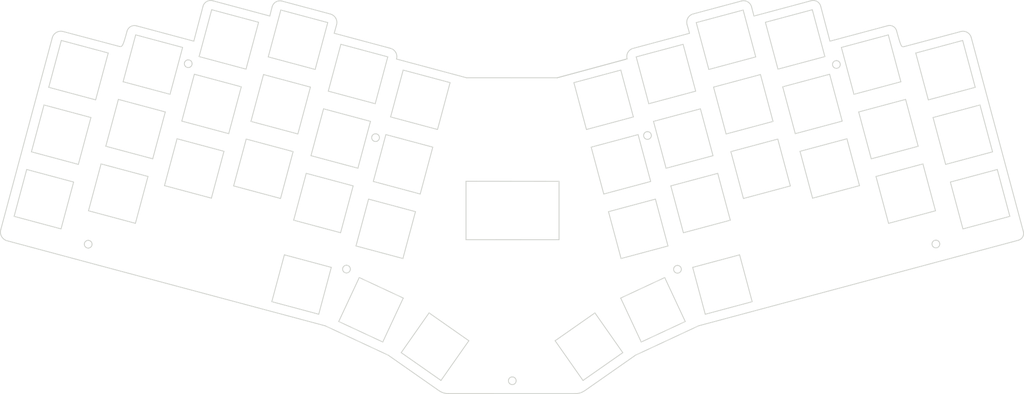
<source format=kicad_pcb>
(kicad_pcb (version 20171130) (host pcbnew "(5.1.10)-1")

  (general
    (thickness 1.6)
    (drawings 288)
    (tracks 0)
    (zones 0)
    (modules 0)
    (nets 1)
  )

  (page A4)
  (layers
    (0 F.Cu signal)
    (31 B.Cu signal)
    (32 B.Adhes user)
    (33 F.Adhes user)
    (34 B.Paste user)
    (35 F.Paste user)
    (36 B.SilkS user)
    (37 F.SilkS user)
    (38 B.Mask user)
    (39 F.Mask user)
    (40 Dwgs.User user)
    (41 Cmts.User user)
    (42 Eco1.User user)
    (43 Eco2.User user)
    (44 Edge.Cuts user)
    (45 Margin user)
    (46 B.CrtYd user)
    (47 F.CrtYd user)
    (48 B.Fab user)
    (49 F.Fab user)
  )

  (setup
    (last_trace_width 0.254)
    (trace_clearance 0.2)
    (zone_clearance 0.508)
    (zone_45_only no)
    (trace_min 0.2)
    (via_size 0.8)
    (via_drill 0.4)
    (via_min_size 0.4)
    (via_min_drill 0.3)
    (uvia_size 0.3)
    (uvia_drill 0.1)
    (uvias_allowed no)
    (uvia_min_size 0.2)
    (uvia_min_drill 0.1)
    (edge_width 0.05)
    (segment_width 0.2)
    (pcb_text_width 0.3)
    (pcb_text_size 1.5 1.5)
    (mod_edge_width 0.12)
    (mod_text_size 1 1)
    (mod_text_width 0.15)
    (pad_size 1.524 1.524)
    (pad_drill 0.762)
    (pad_to_mask_clearance 0)
    (aux_axis_origin 0 0)
    (visible_elements 7FFFFFFF)
    (pcbplotparams
      (layerselection 0x010fc_ffffffff)
      (usegerberextensions false)
      (usegerberattributes true)
      (usegerberadvancedattributes true)
      (creategerberjobfile true)
      (excludeedgelayer true)
      (linewidth 0.100000)
      (plotframeref false)
      (viasonmask false)
      (mode 1)
      (useauxorigin false)
      (hpglpennumber 1)
      (hpglpenspeed 20)
      (hpglpendiameter 15.000000)
      (psnegative false)
      (psa4output false)
      (plotreference true)
      (plotvalue true)
      (plotinvisibletext false)
      (padsonsilk false)
      (subtractmaskfromsilk false)
      (outputformat 1)
      (mirror false)
      (drillshape 0)
      (scaleselection 1)
      (outputdirectory "gerbers/"))
  )

  (net 0 "")

  (net_class Default "This is the default net class."
    (clearance 0.2)
    (trace_width 0.254)
    (via_dia 0.8)
    (via_drill 0.4)
    (uvia_dia 0.3)
    (uvia_drill 0.1)
  )

  (net_class Power ""
    (clearance 0.2)
    (trace_width 0.381)
    (via_dia 0.8)
    (via_drill 0.4)
    (uvia_dia 0.3)
    (uvia_drill 0.1)
  )

  (gr_line (start 2.514155 108.768191) (end 17.151618 54.155696) (layer Edge.Cuts) (width 0.25))
  (gr_line (start 82.419952 43.720967) (end 96.174281 47.405874) (layer Edge.Cuts) (width 0.25))
  (gr_curve (pts (xy 113.237554 57.155636) (xy 113.873902 57.326119) (xy 114.414863 57.74553) (xy 114.738511 58.319339)) (layer Edge.Cuts) (width 0.25))
  (gr_curve (pts (xy 168.477415 154.522286) (xy 167.682809 155.078666) (xy 166.736251 155.377075) (xy 165.766222 155.377009)) (layer Edge.Cuts) (width 0.25))
  (gr_line (start 62.729301 43.622286) (end 78.948397 47.968126) (layer Edge.Cuts) (width 0.25))
  (gr_curve (pts (xy 59.972855 45.220914) (xy 60.125355 44.64275) (xy 60.501833 44.149125) (xy 61.019077 43.849145)) (layer Edge.Cuts) (width 0.25))
  (gr_curve (pts (xy 4.32276 111.903228) (xy 2.958072 111.536683) (xy 2.148333 110.133076) (xy 2.514155 108.768191)) (layer Edge.Cuts) (width 0.25))
  (gr_line (start 200.779502 136.093431) (end 182.86234 144.450031) (layer Edge.Cuts) (width 0.25))
  (gr_line (start 78.948397 47.968126) (end 79.619244 45.357302) (layer Edge.Cuts) (width 0.25))
  (gr_line (start 20.222654 52.378264) (end 36.210354 56.624447) (layer Edge.Cuts) (width 0.25))
  (gr_line (start 41.041785 50.751261) (end 57.360937 55.123307) (layer Edge.Cuts) (width 0.25))
  (gr_curve (pts (xy 79.619244 45.357302) (xy 79.77087 44.7672) (xy 80.152178 44.262236) (xy 80.678242 43.954879)) (layer Edge.Cuts) (width 0.25))
  (gr_curve (pts (xy 94.676077 136.090787) (xy 28.215771 118.317378) (xy 25.845032 117.68395) (xy 4.32276 111.903228)) (layer Edge.Cuts) (width 0.25))
  (gr_line (start 165.766222 155.377009) (end 129.689357 155.374568) (layer Edge.Cuts) (width 0.25))
  (gr_line (start 114.957977 60.205846) (end 134.82586 65.527147) (layer Edge.Cuts) (width 0.25))
  (gr_line (start 57.360937 55.123307) (end 59.972855 45.220914) (layer Edge.Cuts) (width 0.25))
  (gr_curve (pts (xy 96.174281 47.405874) (xy 96.814096 47.577287) (xy 97.358802 47.997431) (xy 97.687086 48.572736)) (layer Edge.Cuts) (width 0.25))
  (gr_line (start 97.922047 50.468768) (end 97.251637 52.872866) (layer Edge.Cuts) (width 0.25))
  (gr_line (start 112.595777 144.447387) (end 94.676077 136.090787) (layer Edge.Cuts) (width 0.25))
  (gr_curve (pts (xy 36.210354 56.624447) (xy 37.049172 56.849207) (xy 37.275608 56.415025) (xy 38.398542 52.275779)) (layer Edge.Cuts) (width 0.25))
  (gr_curve (pts (xy 97.687086 48.572736) (xy 98.01537 49.148041) (xy 98.099971 49.830732) (xy 97.922047 50.468768)) (layer Edge.Cuts) (width 0.25))
  (gr_line (start 126.97823 154.519551) (end 112.595777 144.447387) (layer Edge.Cuts) (width 0.25))
  (gr_line (start 182.86234 144.450031) (end 168.477415 154.522286) (layer Edge.Cuts) (width 0.25))
  (gr_curve (pts (xy 114.738511 58.319339) (xy 115.062158 58.893147) (xy 115.141256 59.573065) (xy 114.957977 60.205846)) (layer Edge.Cuts) (width 0.25))
  (gr_curve (pts (xy 129.689357 155.374568) (xy 128.719324 155.374503) (xy 127.772797 155.075993) (xy 126.97823 154.519551)) (layer Edge.Cuts) (width 0.25))
  (gr_curve (pts (xy 61.019077 43.849145) (xy 61.53632 43.549164) (xy 62.151737 43.46753) (xy 62.729301 43.622286)) (layer Edge.Cuts) (width 0.25))
  (gr_line (start 97.251637 52.872866) (end 113.237554 57.155636) (layer Edge.Cuts) (width 0.25))
  (gr_curve (pts (xy 80.678242 43.954879) (xy 81.204306 43.647522) (xy 81.831435 43.563299) (xy 82.419952 43.720967)) (layer Edge.Cuts) (width 0.25))
  (gr_curve (pts (xy 17.151618 54.155696) (xy 17.510189 52.817864) (xy 18.884012 52.022733) (xy 20.222654 52.378264)) (layer Edge.Cuts) (width 0.25))
  (gr_curve (pts (xy 38.398542 52.275779) (xy 38.710393 51.126265) (xy 39.891292 50.443034) (xy 41.041785 50.751261)) (layer Edge.Cuts) (width 0.25))
  (gr_line (start 278.246805 54.096776) (end 293.052033 109.306949) (layer Edge.Cuts) (width 0.25))
  (gr_curve (pts (xy 214.74022 43.933603) (xy 215.280643 44.24799) (xy 215.673312 44.764986) (xy 215.831156 45.36995)) (layer Edge.Cuts) (width 0.25))
  (gr_curve (pts (xy 268.977162 112.045088) (xy 268.771009 111.838935) (xy 268.491404 111.723119) (xy 268.19986 111.723119)) (layer Edge.Cuts) (width 0.25))
  (gr_line (start 180.46966 60.162667) (end 180.46966 60.162665) (layer Edge.Cuts) (width 0.25))
  (gr_curve (pts (xy 197.738338 48.527838) (xy 198.063063 47.957059) (xy 198.602873 47.540119) (xy 199.237184 47.370158)) (layer Edge.Cuts) (width 0.25))
  (gr_line (start 239.929919 60.653143) (end 239.929919 60.653143) (layer Edge.Cuts) (width 0.25))
  (gr_curve (pts (xy 195.200822 121.027959) (xy 195.611591 120.857813) (xy 195.87942 120.456979) (xy 195.87942 120.012366)) (layer Edge.Cuts) (width 0.25))
  (gr_curve (pts (xy 194.780149 118.913095) (xy 194.335536 118.913095) (xy 193.934701 119.180923) (xy 193.764555 119.591693)) (layer Edge.Cuts) (width 0.25))
  (gr_curve (pts (xy 147.850085 150.623219) (xy 147.405472 150.623219) (xy 147.004638 150.891048) (xy 146.834492 151.301817)) (layer Edge.Cuts) (width 0.25))
  (gr_line (start 259.204577 56.662547) (end 275.279551 52.38106) (layer Edge.Cuts) (width 0.25))
  (gr_curve (pts (xy 241.02919 61.752414) (xy 241.02919 61.460869) (xy 240.913374 61.181265) (xy 240.707221 60.975112)) (layer Edge.Cuts) (width 0.25))
  (gr_curve (pts (xy 232.787271 43.609164) (xy 233.349354 43.458556) (xy 233.948274 43.538002) (xy 234.451653 43.829941)) (layer Edge.Cuts) (width 0.25))
  (gr_curve (pts (xy 186.680648 82.968094) (xy 187.091418 82.797948) (xy 187.359246 82.397114) (xy 187.359246 81.9525)) (layer Edge.Cuts) (width 0.25))
  (gr_curve (pts (xy 186.259976 80.853229) (xy 185.815362 80.853229) (xy 185.414528 81.121058) (xy 185.244382 81.531827)) (layer Edge.Cuts) (width 0.25))
  (gr_curve (pts (xy 238.914325 61.331741) (xy 238.744179 61.74251) (xy 238.838228 62.215326) (xy 239.152617 62.529715)) (layer Edge.Cuts) (width 0.25))
  (gr_curve (pts (xy 148.627387 150.945188) (xy 148.421234 150.739035) (xy 148.14163 150.623219) (xy 147.850085 150.623219)) (layer Edge.Cuts) (width 0.25))
  (gr_curve (pts (xy 291.643196 111.747805) (xy 251.677361 122.458264) (xy 250.898005 122.666414) (xy 200.779502 136.093431)) (layer Edge.Cuts) (width 0.25))
  (gr_curve (pts (xy 293.052033 109.306949) (xy 293.337122 110.370075) (xy 292.706364 111.462886) (xy 291.643196 111.747805)) (layer Edge.Cuts) (width 0.25))
  (gr_curve (pts (xy 254.541376 50.719691) (xy 255.621404 50.430302) (xy 256.732293 51.071036) (xy 257.026171 52.149849)) (layer Edge.Cuts) (width 0.25))
  (gr_line (start 147.850085 150.623219) (end 147.850085 150.623219) (layer Edge.Cuts) (width 0.25))
  (gr_curve (pts (xy 195.87942 120.012366) (xy 195.87942 119.405255) (xy 195.38726 118.913095) (xy 194.780149 118.913095)) (layer Edge.Cuts) (width 0.25))
  (gr_curve (pts (xy 240.350592 62.768007) (xy 240.761361 62.597861) (xy 241.02919 62.197027) (xy 241.02919 61.752414)) (layer Edge.Cuts) (width 0.25))
  (gr_line (start 268.19986 111.723119) (end 268.19986 111.723119) (layer Edge.Cuts) (width 0.25))
  (gr_curve (pts (xy 148.270758 152.738084) (xy 148.681528 152.567938) (xy 148.949356 152.167104) (xy 148.949356 151.72249)) (layer Edge.Cuts) (width 0.25))
  (gr_curve (pts (xy 193.764555 119.591693) (xy 193.594409 120.002462) (xy 193.688458 120.475278) (xy 194.002847 120.789667)) (layer Edge.Cuts) (width 0.25))
  (gr_curve (pts (xy 101.517243 119.185028) (xy 101.31109 118.978875) (xy 101.031486 118.863059) (xy 100.739941 118.863059)) (layer Edge.Cuts) (width 0.25))
  (gr_curve (pts (xy 185.244382 81.531827) (xy 185.074236 81.942597) (xy 185.168284 82.415413) (xy 185.482674 82.729802)) (layer Edge.Cuts) (width 0.25))
  (gr_curve (pts (xy 147.072784 152.499792) (xy 147.387173 152.814181) (xy 147.859989 152.90823) (xy 148.270758 152.738084)) (layer Edge.Cuts) (width 0.25))
  (gr_curve (pts (xy 275.279551 52.38106) (xy 276.572556 52.036674) (xy 277.900228 52.804357) (xy 278.246805 54.096776)) (layer Edge.Cuts) (width 0.25))
  (gr_line (start 238.097182 55.125847) (end 254.541376 50.719691) (layer Edge.Cuts) (width 0.25))
  (gr_line (start 235.469831 45.16494) (end 238.097182 55.125847) (layer Edge.Cuts) (width 0.25))
  (gr_line (start 182.169984 57.171639) (end 198.20394 52.875406) (layer Edge.Cuts) (width 0.25))
  (gr_curve (pts (xy 268.19986 111.723119) (xy 267.755246 111.723119) (xy 267.354412 111.990948) (xy 267.184265 112.401717)) (layer Edge.Cuts) (width 0.25))
  (gr_curve (pts (xy 257.026171 52.149849) (xy 258.304806 56.843651) (xy 258.393098 56.818379) (xy 259.204577 56.662547)) (layer Edge.Cuts) (width 0.25))
  (gr_line (start 216.509722 47.970666) (end 232.787271 43.609164) (layer Edge.Cuts) (width 0.25))
  (gr_curve (pts (xy 268.620533 113.837984) (xy 269.031301 113.667838) (xy 269.29913 113.267004) (xy 269.29913 112.82239)) (layer Edge.Cuts) (width 0.25))
  (gr_line (start 215.831156 45.36995) (end 216.509722 47.970666) (layer Edge.Cuts) (width 0.25))
  (gr_line (start 199.237184 47.370158) (end 212.952368 43.695232) (layer Edge.Cuts) (width 0.25))
  (gr_curve (pts (xy 212.952368 43.695232) (xy 213.556282 43.533416) (xy 214.199798 43.619215) (xy 214.74022 43.933603)) (layer Edge.Cuts) (width 0.25))
  (gr_curve (pts (xy 101.160614 120.977924) (xy 101.571383 120.807778) (xy 101.839212 120.406944) (xy 101.839212 119.96233)) (layer Edge.Cuts) (width 0.25))
  (gr_curve (pts (xy 180.694496 58.31167) (xy 181.014026 57.749588) (xy 181.545457 57.338979) (xy 182.169984 57.171639)) (layer Edge.Cuts) (width 0.25))
  (gr_line (start 198.20394 52.875406) (end 197.509034 50.40778) (layer Edge.Cuts) (width 0.25))
  (gr_curve (pts (xy 267.422557 113.599692) (xy 267.736946 113.914081) (xy 268.209763 114.00813) (xy 268.620533 113.837984)) (layer Edge.Cuts) (width 0.25))
  (gr_curve (pts (xy 197.509034 50.40778) (xy 197.331028 49.77568) (xy 197.413612 49.098618) (xy 197.738338 48.527838)) (layer Edge.Cuts) (width 0.25))
  (gr_curve (pts (xy 239.929919 60.653143) (xy 239.485306 60.653143) (xy 239.084471 60.920971) (xy 238.914325 61.331741)) (layer Edge.Cuts) (width 0.25))
  (gr_curve (pts (xy 180.46966 60.162665) (xy 180.293986 59.540431) (xy 180.374966 58.873752) (xy 180.694496 58.31167)) (layer Edge.Cuts) (width 0.25))
  (gr_curve (pts (xy 267.184265 112.401717) (xy 267.01412 112.812487) (xy 267.108169 113.285303) (xy 267.422557 113.599692)) (layer Edge.Cuts) (width 0.25))
  (gr_line (start 160.62464 65.532227) (end 180.46966 60.162667) (layer Edge.Cuts) (width 0.25))
  (gr_curve (pts (xy 240.707221 60.975112) (xy 240.501068 60.768958) (xy 240.221464 60.653143) (xy 239.929919 60.653143)) (layer Edge.Cuts) (width 0.25))
  (gr_curve (pts (xy 99.724347 119.541657) (xy 99.554201 119.952427) (xy 99.64825 120.425243) (xy 99.962639 120.739632)) (layer Edge.Cuts) (width 0.25))
  (gr_curve (pts (xy 187.359246 81.9525) (xy 187.359246 81.34539) (xy 186.867086 80.853229) (xy 186.259976 80.853229)) (layer Edge.Cuts) (width 0.25))
  (gr_line (start 27.360108 111.783063) (end 27.360108 111.783063) (layer Edge.Cuts) (width 0.25))
  (gr_curve (pts (xy 99.962639 120.739632) (xy 100.277028 121.054021) (xy 100.749844 121.14807) (xy 101.160614 120.977924)) (layer Edge.Cuts) (width 0.25))
  (gr_curve (pts (xy 194.002847 120.789667) (xy 194.317236 121.104057) (xy 194.790052 121.198106) (xy 195.200822 121.027959)) (layer Edge.Cuts) (width 0.25))
  (gr_curve (pts (xy 101.839212 119.96233) (xy 101.839212 119.670785) (xy 101.723396 119.391182) (xy 101.517243 119.185028)) (layer Edge.Cuts) (width 0.25))
  (gr_curve (pts (xy 146.834492 151.301817) (xy 146.664345 151.712587) (xy 146.758394 152.185403) (xy 147.072784 152.499792)) (layer Edge.Cuts) (width 0.25))
  (gr_curve (pts (xy 269.29913 112.82239) (xy 269.29913 112.530845) (xy 269.183315 112.251242) (xy 268.977162 112.045088)) (layer Edge.Cuts) (width 0.25))
  (gr_line (start 194.780149 118.913095) (end 194.780149 118.913095) (layer Edge.Cuts) (width 0.25))
  (gr_line (start 134.82586 65.527147) (end 160.62464 65.532227) (layer Edge.Cuts) (width 0.25))
  (gr_line (start 186.259976 80.853229) (end 186.259976 80.853229) (layer Edge.Cuts) (width 0.25))
  (gr_line (start 100.739941 118.863059) (end 100.739941 118.863059) (layer Edge.Cuts) (width 0.25))
  (gr_curve (pts (xy 148.949356 151.72249) (xy 148.949356 151.430945) (xy 148.833541 151.151342) (xy 148.627387 150.945188)) (layer Edge.Cuts) (width 0.25))
  (gr_curve (pts (xy 234.451653 43.829941) (xy 234.955032 44.121881) (xy 235.321419 44.602274) (xy 235.469831 45.16494)) (layer Edge.Cuts) (width 0.25))
  (gr_curve (pts (xy 185.482674 82.729802) (xy 185.797063 83.044191) (xy 186.269879 83.13824) (xy 186.680648 82.968094)) (layer Edge.Cuts) (width 0.25))
  (gr_curve (pts (xy 239.152617 62.529715) (xy 239.467006 62.844105) (xy 239.939822 62.938154) (xy 240.350592 62.768007)) (layer Edge.Cuts) (width 0.25))
  (gr_line (start 58.8683 59.50652) (end 72.19822 63.0803) (layer Edge.Cuts) (width 0.25))
  (gr_line (start 203.68386 63.1692) (end 200.11262 49.83928) (layer Edge.Cuts) (width 0.25))
  (gr_line (start 130.178799 66.9157) (end 126.60756 80.24562) (layer Edge.Cuts) (width 0.25))
  (gr_line (start 70.85202 68.10188) (end 57.5221 64.53064) (layer Edge.Cuts) (width 0.25))
  (gr_line (start 78.5152 59.59542) (end 91.84258 63.16666) (layer Edge.Cuts) (width 0.25))
  (gr_line (start 75.76946 49.75038) (end 62.43954 46.1766) (layer Edge.Cuts) (width 0.25))
  (gr_line (start 78.5152 59.59542) (end 82.08644 46.2655) (layer Edge.Cuts) (width 0.25))
  (gr_curve (pts (xy 56.200587 62.547992) (xy 56.611356 62.377846) (xy 56.879185 61.977012) (xy 56.879185 61.532398)) (layer Edge.Cuts) (width 0.25))
  (gr_line (start 95.41636 49.83674) (end 82.08644 46.2655) (layer Edge.Cuts) (width 0.25))
  (gr_line (start 75.76946 49.75038) (end 72.19822 63.0803) (layer Edge.Cuts) (width 0.25))
  (gr_line (start 73.59522 77.94692) (end 77.169 64.617) (layer Edge.Cuts) (width 0.25))
  (gr_line (start 254.6769 53.33686) (end 258.248139 66.66678) (layer Edge.Cuts) (width 0.25))
  (gr_curve (pts (xy 55.779914 60.433127) (xy 55.3353 60.433127) (xy 54.934466 60.700955) (xy 54.76432 61.111725)) (layer Edge.Cuts) (width 0.25))
  (gr_line (start 32.36086 85.01574) (end 35.93464 71.68582) (layer Edge.Cuts) (width 0.25))
  (gr_line (start 55.779914 60.433127) (end 55.779914 60.433127) (layer Edge.Cuts) (width 0.25))
  (gr_curve (pts (xy 27.360108 111.783063) (xy 26.752997 111.783063) (xy 26.260837 112.275224) (xy 26.260837 112.882334)) (layer Edge.Cuts) (width 0.25))
  (gr_line (start 130.178799 66.9157) (end 116.84888 63.34446) (layer Edge.Cuts) (width 0.25))
  (gr_line (start 109.000021 81.463083) (end 109.000021 81.463083) (layer Edge.Cuts) (width 0.25))
  (gr_line (start 244.91822 70.23802) (end 241.34698 56.9081) (layer Edge.Cuts) (width 0.25))
  (gr_curve (pts (xy 54.76432 61.111725) (xy 54.594174 61.522495) (xy 54.688223 61.995311) (xy 55.002612 62.3097)) (layer Edge.Cuts) (width 0.25))
  (gr_line (start 53.95086 77.86056) (end 57.5221 64.53064) (layer Edge.Cuts) (width 0.25))
  (gr_curve (pts (xy 109.777323 81.785052) (xy 109.57117 81.578899) (xy 109.291566 81.463083) (xy 109.000021 81.463083)) (layer Edge.Cuts) (width 0.25))
  (gr_line (start 54.182 56.90556) (end 40.85208 53.33432) (layer Edge.Cuts) (width 0.25))
  (gr_line (start 49.26456 75.2596) (end 45.69078 88.58698) (layer Edge.Cuts) (width 0.25))
  (gr_line (start 37.2783 66.66424) (end 50.60822 70.23548) (layer Edge.Cuts) (width 0.25))
  (gr_line (start 70.85202 68.10188) (end 67.28078 81.4318) (layer Edge.Cuts) (width 0.25))
  (gr_line (start 113.27764 76.67438) (end 126.60756 80.24562) (layer Edge.Cuts) (width 0.25))
  (gr_curve (pts (xy 28.13741 112.105032) (xy 27.931257 111.898879) (xy 27.651653 111.783063) (xy 27.360108 111.783063)) (layer Edge.Cuts) (width 0.25))
  (gr_curve (pts (xy 28.459379 112.882334) (xy 28.459379 112.590789) (xy 28.343563 112.311186) (xy 28.13741 112.105032)) (layer Edge.Cuts) (width 0.25))
  (gr_curve (pts (xy 27.360108 113.981605) (xy 27.967219 113.981605) (xy 28.459379 113.489445) (xy 28.459379 112.882334)) (layer Edge.Cuts) (width 0.25))
  (gr_line (start 37.2783 66.66424) (end 40.85208 53.33432) (layer Edge.Cuts) (width 0.25))
  (gr_line (start 223.33076 63.0803) (end 236.66068 59.50906) (layer Edge.Cuts) (width 0.25))
  (gr_line (start 213.44254 46.26804) (end 200.11262 49.83928) (layer Edge.Cuts) (width 0.25))
  (gr_line (start 244.91822 70.23802) (end 258.248139 66.66678) (layer Edge.Cuts) (width 0.25))
  (gr_line (start 49.26456 75.2596) (end 35.93464 71.68582) (layer Edge.Cuts) (width 0.25))
  (gr_curve (pts (xy 108.222719 83.339656) (xy 108.537108 83.654045) (xy 109.009924 83.748094) (xy 109.420694 83.577948)) (layer Edge.Cuts) (width 0.25))
  (gr_line (start 54.182 56.90556) (end 50.60822 70.23548) (layer Edge.Cuts) (width 0.25))
  (gr_curve (pts (xy 110.099292 82.562354) (xy 110.099292 82.270809) (xy 109.983476 81.991206) (xy 109.777323 81.785052)) (layer Edge.Cuts) (width 0.25))
  (gr_line (start 178.67756 63.347) (end 182.2488 76.67692) (layer Edge.Cuts) (width 0.25))
  (gr_line (start 233.08944 46.17914) (end 236.66068 59.50906) (layer Edge.Cuts) (width 0.25))
  (gr_curve (pts (xy 100.739941 118.863059) (xy 100.295327 118.863059) (xy 99.894493 119.130888) (xy 99.724347 119.541657)) (layer Edge.Cuts) (width 0.25))
  (gr_line (start 90.49892 68.19078) (end 77.169 64.617) (layer Edge.Cuts) (width 0.25))
  (gr_curve (pts (xy 26.260837 112.882334) (xy 26.260837 113.489445) (xy 26.752997 113.981605) (xy 27.360108 113.981605)) (layer Edge.Cuts) (width 0.25))
  (gr_line (start 254.6769 53.33686) (end 241.34698 56.9081) (layer Edge.Cuts) (width 0.25))
  (gr_curve (pts (xy 56.557216 60.755095) (xy 56.351063 60.548943) (xy 56.071459 60.433127) (xy 55.779914 60.433127)) (layer Edge.Cuts) (width 0.25))
  (gr_line (start 53.95086 77.86056) (end 67.28078 81.4318) (layer Edge.Cuts) (width 0.25))
  (gr_curve (pts (xy 56.879185 61.532398) (xy 56.879185 61.240853) (xy 56.763369 60.96125) (xy 56.557216 60.755095)) (layer Edge.Cuts) (width 0.25))
  (gr_line (start 113.27764 76.67438) (end 116.84888 63.34446) (layer Edge.Cuts) (width 0.25))
  (gr_line (start 160.63086 65.53648) (end 180.47588 60.16692) (layer Edge.Cuts) (width 0.25))
  (gr_curve (pts (xy 107.984427 82.141681) (xy 107.814281 82.552451) (xy 107.90833 83.025267) (xy 108.222719 83.339656)) (layer Edge.Cuts) (width 0.25))
  (gr_line (start 58.8683 59.50652) (end 62.43954 46.1766) (layer Edge.Cuts) (width 0.25))
  (gr_line (start 203.68386 63.1692) (end 217.01378 59.59796) (layer Edge.Cuts) (width 0.25))
  (gr_curve (pts (xy 55.002612 62.3097) (xy 55.317001 62.624089) (xy 55.789817 62.718138) (xy 56.200587 62.547992)) (layer Edge.Cuts) (width 0.25))
  (gr_curve (pts (xy 109.420694 83.577948) (xy 109.831463 83.407802) (xy 110.099292 83.006968) (xy 110.099292 82.562354)) (layer Edge.Cuts) (width 0.25))
  (gr_line (start 178.67756 63.347) (end 165.34764 66.91824) (layer Edge.Cuts) (width 0.25))
  (gr_line (start 213.44254 46.26804) (end 217.01378 59.59796) (layer Edge.Cuts) (width 0.25))
  (gr_line (start 95.41636 49.83674) (end 91.84258 63.16666) (layer Edge.Cuts) (width 0.25))
  (gr_line (start 168.91888 80.24816) (end 182.2488 76.67692) (layer Edge.Cuts) (width 0.25))
  (gr_line (start 32.36086 85.01574) (end 45.69078 88.58698) (layer Edge.Cuts) (width 0.25))
  (gr_line (start 168.91888 80.24816) (end 165.34764 66.91824) (layer Edge.Cuts) (width 0.25))
  (gr_line (start 223.33076 63.0803) (end 219.75952 49.75038) (layer Edge.Cuts) (width 0.25))
  (gr_line (start 233.08944 46.17914) (end 219.75952 49.75038) (layer Edge.Cuts) (width 0.25))
  (gr_line (start 73.59522 77.94692) (end 86.92514 81.5207) (layer Edge.Cuts) (width 0.25))
  (gr_curve (pts (xy 109.000021 81.463083) (xy 108.555407 81.463083) (xy 108.154573 81.730912) (xy 107.984427 82.141681)) (layer Edge.Cuts) (width 0.25))
  (gr_line (start 208.6013 81.5207) (end 205.03006 68.19332) (layer Edge.Cuts) (width 0.25))
  (gr_line (start 228.2482 81.43434) (end 241.57812 77.8631) (layer Edge.Cuts) (width 0.25))
  (gr_line (start 259.594339 71.68836) (end 246.26442 75.2596) (layer Edge.Cuts) (width 0.25))
  (gr_line (start 249.83566 88.58952) (end 263.165579 85.01828) (layer Edge.Cuts) (width 0.25))
  (gr_line (start 233.16564 99.78584) (end 229.5944 86.45592) (layer Edge.Cuts) (width 0.25))
  (gr_line (start 96.42728 119.47084) (end 83.09736 115.8996) (layer Edge.Cuts) (width 0.25))
  (gr_line (start 249.83566 88.58952) (end 246.26442 75.2596) (layer Edge.Cuts) (width 0.25))
  (gr_line (start 259.594339 71.68836) (end 263.165579 85.01828) (layer Edge.Cuts) (width 0.25))
  (gr_line (start 27.44342 103.36978) (end 40.77334 106.94102) (layer Edge.Cuts) (width 0.25))
  (gr_line (start 49.03342 96.21206) (end 62.3608 99.7833) (layer Edge.Cuts) (width 0.25))
  (gr_line (start 188.51244 100.05254) (end 192.08368 113.38246) (layer Edge.Cuts) (width 0.25))
  (gr_line (start 178.7563 116.9537) (end 192.08368 113.38246) (layer Edge.Cuts) (width 0.25))
  (gr_line (start 27.44342 103.36978) (end 31.0172 90.03986) (layer Edge.Cuts) (width 0.25))
  (gr_line (start 254.7531 106.94356) (end 268.08302 103.37232) (layer Edge.Cuts) (width 0.25))
  (gr_line (start 242.92432 82.88468) (end 229.5944 86.45592) (layer Edge.Cuts) (width 0.25))
  (gr_line (start 44.34712 93.6111) (end 40.77334 106.94102) (layer Edge.Cuts) (width 0.25))
  (gr_line (start 65.93458 86.45338) (end 52.60466 82.88214) (layer Edge.Cuts) (width 0.25))
  (gr_line (start 49.03342 96.21206) (end 52.60466 82.88214) (layer Edge.Cuts) (width 0.25))
  (gr_line (start 120.34392 103.62124) (end 107.014 100.05) (layer Edge.Cuts) (width 0.25))
  (gr_line (start 213.51874 99.87474) (end 209.9475 86.54482) (layer Edge.Cuts) (width 0.25))
  (gr_line (start 120.34392 103.62124) (end 116.77268 116.95116) (layer Edge.Cuts) (width 0.25))
  (gr_line (start 264.511779 90.0424) (end 268.08302 103.37232) (layer Edge.Cuts) (width 0.25))
  (gr_line (start 233.16564 99.78584) (end 246.49556 96.2146) (layer Edge.Cuts) (width 0.25))
  (gr_line (start 85.58148 86.54228) (end 72.25156 82.97104) (layer Edge.Cuts) (width 0.25))
  (gr_line (start 85.58148 86.54228) (end 82.0077 99.8722) (layer Edge.Cuts) (width 0.25))
  (gr_line (start 206.21878 92.71956) (end 209.79002 106.04948) (layer Edge.Cuts) (width 0.25))
  (gr_line (start 79.52612 129.22952) (end 92.85604 132.80076) (layer Edge.Cuts) (width 0.25))
  (gr_line (start 223.27742 82.97358) (end 209.9475 86.54482) (layer Edge.Cuts) (width 0.25))
  (gr_line (start 65.93458 86.45338) (end 62.3608 99.7833) (layer Edge.Cuts) (width 0.25))
  (gr_line (start 103.44276 113.37992) (end 116.77268 116.95116) (layer Edge.Cuts) (width 0.25))
  (gr_line (start 196.4601 109.62072) (end 209.79002 106.04948) (layer Edge.Cuts) (width 0.25))
  (gr_line (start 196.4601 109.62072) (end 192.88886 96.2908) (layer Edge.Cuts) (width 0.25))
  (gr_line (start 264.511779 90.0424) (end 251.18186 93.61364) (layer Edge.Cuts) (width 0.25))
  (gr_line (start 254.7531 106.94356) (end 251.18186 93.61364) (layer Edge.Cuts) (width 0.25))
  (gr_line (start 206.21878 92.71956) (end 192.88886 96.2908) (layer Edge.Cuts) (width 0.25))
  (gr_line (start 90.49892 68.19078) (end 86.92514 81.5207) (layer Edge.Cuts) (width 0.25))
  (gr_line (start 44.34712 93.6111) (end 31.0172 90.03986) (layer Edge.Cuts) (width 0.25))
  (gr_line (start 125.26136 85.26974) (end 111.93144 81.6985) (layer Edge.Cuts) (width 0.25))
  (gr_line (start 108.3602 95.02842) (end 121.69012 98.59966) (layer Edge.Cuts) (width 0.25))
  (gr_line (start 108.3602 95.02842) (end 111.93144 81.6985) (layer Edge.Cuts) (width 0.25))
  (gr_line (start 125.26136 85.26974) (end 121.69012 98.59966) (layer Edge.Cuts) (width 0.25))
  (gr_line (start 183.595 81.70104) (end 170.26508 85.27228) (layer Edge.Cuts) (width 0.25))
  (gr_line (start 173.83632 98.6022) (end 187.16624 95.03096) (layer Edge.Cuts) (width 0.25))
  (gr_line (start 68.677779 96.30096) (end 72.25156 82.97104) (layer Edge.Cuts) (width 0.25))
  (gr_line (start 173.83632 98.6022) (end 170.26508 85.27228) (layer Edge.Cuts) (width 0.25))
  (gr_line (start 183.595 81.70104) (end 187.16624 95.03096) (layer Edge.Cuts) (width 0.25))
  (gr_line (start 201.30134 74.36806) (end 187.97142 77.9393) (layer Edge.Cuts) (width 0.25))
  (gr_line (start 208.6013 81.5207) (end 221.93122 77.94946) (layer Edge.Cuts) (width 0.25))
  (gr_line (start 191.54266 91.26922) (end 204.87258 87.69798) (layer Edge.Cuts) (width 0.25))
  (gr_line (start 68.677779 96.30096) (end 82.0077 99.8722) (layer Edge.Cuts) (width 0.25))
  (gr_line (start 228.2482 81.43434) (end 224.67696 68.10442) (layer Edge.Cuts) (width 0.25))
  (gr_line (start 238.00688 64.53318) (end 241.57812 77.8631) (layer Edge.Cuts) (width 0.25))
  (gr_line (start 223.27742 82.97358) (end 226.84866 96.3035) (layer Edge.Cuts) (width 0.25))
  (gr_line (start 103.44276 113.37992) (end 107.014 100.05) (layer Edge.Cuts) (width 0.25))
  (gr_line (start 242.92432 82.88468) (end 246.49556 96.2146) (layer Edge.Cuts) (width 0.25))
  (gr_line (start 191.54266 91.26922) (end 187.97142 77.9393) (layer Edge.Cuts) (width 0.25))
  (gr_line (start 201.30134 74.36806) (end 204.87258 87.69798) (layer Edge.Cuts) (width 0.25))
  (gr_line (start 238.00688 64.53318) (end 224.67696 68.10442) (layer Edge.Cuts) (width 0.25))
  (gr_line (start 213.51874 99.87474) (end 226.84866 96.3035) (layer Edge.Cuts) (width 0.25))
  (gr_line (start 178.7563 116.9537) (end 175.18252 103.62378) (layer Edge.Cuts) (width 0.25))
  (gr_line (start 218.35998 64.61954) (end 221.93122 77.94946) (layer Edge.Cuts) (width 0.25))
  (gr_line (start 218.35998 64.61954) (end 205.03006 68.19332) (layer Edge.Cuts) (width 0.25))
  (gr_line (start 188.51244 100.05254) (end 175.18252 103.62378) (layer Edge.Cuts) (width 0.25))
  (gr_line (start 79.52612 129.22952) (end 83.09736 115.8996) (layer Edge.Cuts) (width 0.25))
  (gr_line (start 171.3268 132.42484) (end 160.02126 140.34202) (layer Edge.Cuts) (width 0.25))
  (gr_line (start 167.9359 151.64502) (end 179.24144 143.73038) (layer Edge.Cuts) (width 0.25))
  (gr_line (start 184.48146 140.70524) (end 196.98842 134.8734) (layer Edge.Cuts) (width 0.25))
  (gr_line (start 107.55756 77.93676) (end 94.22764 74.36552) (layer Edge.Cuts) (width 0.25))
  (gr_line (start 95.5713 69.3414) (end 99.14508 56.01148) (layer Edge.Cuts) (width 0.25))
  (gr_line (start 270.96592 90.17448) (end 267.39468 76.844559) (layer Edge.Cuts) (width 0.25))
  (gr_line (start 285.64204 91.62736) (end 289.21328 104.95728) (layer Edge.Cuts) (width 0.25))
  (gr_line (start 167.9359 151.64502) (end 160.02126 140.34202) (layer Edge.Cuts) (width 0.25))
  (gr_line (start 212.43162 115.90214) (end 216.00286 129.23206) (layer Edge.Cuts) (width 0.25))
  (gr_line (start 171.3268 132.42484) (end 179.24144 143.73038) (layer Edge.Cuts) (width 0.25))
  (gr_line (start 202.67294 132.8033) (end 199.1017 119.47338) (layer Edge.Cuts) (width 0.25))
  (gr_line (start 184.48146 140.70524) (end 178.64708 128.19828) (layer Edge.Cuts) (width 0.25))
  (gr_line (start 212.43162 115.90214) (end 199.1017 119.47338) (layer Edge.Cuts) (width 0.25))
  (gr_line (start 196.3839 56.01402) (end 199.95514 69.34394) (layer Edge.Cuts) (width 0.25))
  (gr_line (start 116.87936 128.19574) (end 111.04752 140.7027) (layer Edge.Cuts) (width 0.25))
  (gr_line (start 161.13886 94.9954) (end 161.13886 111.5943) (layer Edge.Cuts) (width 0.25))
  (gr_line (start 202.67294 132.8033) (end 216.00286 129.23206) (layer Edge.Cuts) (width 0.25))
  (gr_line (start 16.14804 68.2492) (end 29.47796 71.82044) (layer Edge.Cuts) (width 0.25))
  (gr_line (start 6.31316 104.95474) (end 19.64308 108.52598) (layer Edge.Cuts) (width 0.25))
  (gr_line (start 98.54056 134.87086) (end 111.04752 140.7027) (layer Edge.Cuts) (width 0.25))
  (gr_line (start 112.475 59.58526) (end 99.14508 56.01148) (layer Edge.Cuts) (width 0.25))
  (gr_line (start 33.05174 58.49052) (end 29.47796 71.82044) (layer Edge.Cuts) (width 0.25))
  (gr_line (start 191.15404 122.36644) (end 178.64708 128.19828) (layer Edge.Cuts) (width 0.25))
  (gr_line (start 191.15404 122.36644) (end 196.98842 134.8734) (layer Edge.Cuts) (width 0.25))
  (gr_line (start 102.64012 96.2908) (end 99.06634 109.61818) (layer Edge.Cuts) (width 0.25))
  (gr_line (start 186.62522 72.91518) (end 199.95514 69.34394) (layer Edge.Cuts) (width 0.25))
  (gr_line (start 90.65386 87.69544) (end 94.22764 74.36552) (layer Edge.Cuts) (width 0.25))
  (gr_line (start 85.73642 106.04694) (end 99.06634 109.61818) (layer Edge.Cuts) (width 0.25))
  (gr_line (start 28.1343 76.844559) (end 24.56052 90.17448) (layer Edge.Cuts) (width 0.25))
  (gr_line (start 23.21686 95.19606) (end 19.64308 108.52598) (layer Edge.Cuts) (width 0.25))
  (gr_line (start 266.048479 71.82298) (end 279.3784 68.25174) (layer Edge.Cuts) (width 0.25))
  (gr_line (start 275.88336 108.52852) (end 272.31212 95.1986) (layer Edge.Cuts) (width 0.25))
  (gr_line (start 16.14804 68.2492) (end 19.72182 54.91928) (layer Edge.Cuts) (width 0.25))
  (gr_line (start 28.1343 76.844559) (end 14.80438 73.27078) (layer Edge.Cuts) (width 0.25))
  (gr_line (start 11.2306 86.6007) (end 14.80438 73.27078) (layer Edge.Cuts) (width 0.25))
  (gr_line (start 270.96592 90.17448) (end 284.29584 86.60324) (layer Edge.Cuts) (width 0.25))
  (gr_line (start 23.21686 95.19606) (end 9.88694 91.62482) (layer Edge.Cuts) (width 0.25))
  (gr_line (start 280.7246 73.27332) (end 284.29584 86.60324) (layer Edge.Cuts) (width 0.25))
  (gr_line (start 280.7246 73.27332) (end 267.39468 76.844559) (layer Edge.Cuts) (width 0.25))
  (gr_line (start 196.3839 56.01402) (end 183.05398 59.5878) (layer Edge.Cuts) (width 0.25))
  (gr_line (start 134.7 94.97) (end 161.13886 94.9954) (layer Edge.Cuts) (width 0.25))
  (gr_line (start 98.54056 134.87086) (end 104.3724 122.3639) (layer Edge.Cuts) (width 0.25))
  (gr_line (start 107.55756 77.93676) (end 103.98378 91.26668) (layer Edge.Cuts) (width 0.25))
  (gr_line (start 112.475 59.58526) (end 108.90122 72.91518) (layer Edge.Cuts) (width 0.25))
  (gr_line (start 275.80716 54.92182) (end 279.3784 68.25174) (layer Edge.Cuts) (width 0.25))
  (gr_line (start 102.64012 96.2908) (end 89.3102 92.71702) (layer Edge.Cuts) (width 0.25))
  (gr_line (start 11.2306 86.6007) (end 24.56052 90.17448) (layer Edge.Cuts) (width 0.25))
  (gr_line (start 186.62522 72.91518) (end 183.05398 59.5878) (layer Edge.Cuts) (width 0.25))
  (gr_line (start 6.31316 104.95474) (end 9.88694 91.62482) (layer Edge.Cuts) (width 0.25))
  (gr_line (start 33.05174 58.49052) (end 19.72182 54.91928) (layer Edge.Cuts) (width 0.25))
  (gr_line (start 90.65386 87.69544) (end 103.98378 91.26668) (layer Edge.Cuts) (width 0.25))
  (gr_line (start 285.64204 91.62736) (end 272.31212 95.1986) (layer Edge.Cuts) (width 0.25))
  (gr_line (start 95.5713 69.3414) (end 108.90122 72.91518) (layer Edge.Cuts) (width 0.25))
  (gr_line (start 85.73642 106.04694) (end 89.3102 92.71702) (layer Edge.Cuts) (width 0.25))
  (gr_line (start 266.048479 71.82298) (end 262.47724 58.49306) (layer Edge.Cuts) (width 0.25))
  (gr_line (start 275.80716 54.92182) (end 262.47724 58.49306) (layer Edge.Cuts) (width 0.25))
  (gr_line (start 275.88336 108.52852) (end 289.21328 104.95728) (layer Edge.Cuts) (width 0.25))
  (gr_line (start 161.13886 111.5943) (end 134.7 111.607) (layer Edge.Cuts) (width 0.25))
  (gr_line (start 96.42728 119.47084) (end 92.85604 132.80076) (layer Edge.Cuts) (width 0.25))
  (gr_line (start 135.505179 140.33948) (end 124.20218 132.4223) (layer Edge.Cuts) (width 0.25))
  (gr_line (start 116.87936 128.19574) (end 104.3724 122.3639) (layer Edge.Cuts) (width 0.25))
  (gr_line (start 116.28754 143.72784) (end 127.59054 151.64248) (layer Edge.Cuts) (width 0.25))
  (gr_line (start 116.28754 143.72784) (end 124.20218 132.4223) (layer Edge.Cuts) (width 0.25))
  (gr_line (start 135.505179 140.33948) (end 127.59054 151.64248) (layer Edge.Cuts) (width 0.25))
  (gr_line (start 134.7 94.97) (end 134.7 111.607) (layer Edge.Cuts) (width 0.25))

)

</source>
